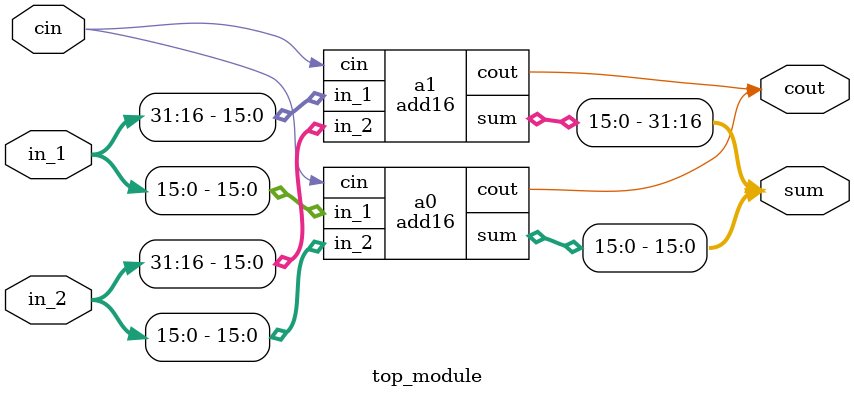
<source format=v>

module add1 ( in_1, in_2, cin, sum, cout );

	input in_1, in_2, cin;
	output sum, cout;

	assign sum = in_1 ^ in_2 ^ cin;
	assign cout = in_1 & in_2 | in_2 & cin | in_1 & cin;

endmodule

module add16 ( in_1, in_2, cin, sum, cout);

	input [15:0] in_1, in_2;
	input cin;
	output [15:0] sum;
	output cout;

	wire w0, w1, w2, w3, w4, w5, w6, w7, w8, w9, w10, w11, w12, w13, w14;

	add1 a0( in_1[0], in_2[0], cin, sum[0], w0 );
	add1 a1( in_1[1], in_2[1], w0, sum[1], w1 );
	add1 a2( in_1[2], in_2[2], w1, sum[2], w2 );
	add1 a3( in_1[3], in_2[3], w2, sum[3], w3 );
	add1 a4( in_1[4], in_2[4], w3, sum[4], w4 );
	add1 a5( in_1[5], in_2[5], w4, sum[5], w5 );
	add1 a6( in_1[6], in_2[6], w5, sum[6], w6 );
	add1 a7( in_1[7], in_2[7], w6, sum[7], w7 );
	add1 a8( in_1[8], in_2[8], w7, sum[8], w8 );
	add1 a9( in_1[9], in_2[9], w8, sum[9], w9 );
	add1 a10( in_1[10], in_2[10], w9, sum[10], w10 );
	add1 a11( in_1[11], in_2[11], w10, sum[11], w11 );
	add1 a12( in_1[12], in_2[12], w11, sum[12], w12 );
	add1 a13( in_1[13], in_2[13], w12, sum[13], w13 );
	add1 a14( in_1[14], in_2[14], w13, sum[14], w14 );
	add1 a15( in_1[15], in_2[15], w14, sum[15], cout );

endmodule

module top_module( in_1, in_2, cin, sum, cout);

	input [31:0] in_1, in_2;
	output [31:0] sum;

	input cin;
	output cout;

	add16 a0( .in_1(in_1[15:0]), .in_2(in_2[15:0]), .cin(cin), .sum(sum[15:0]), .cout(cout));
	add16 a1( .in_1(in_1[31:16]), .in_2(in_2[31:16]), .cin(cin), .sum(sum[31:16]), .cout(cout));

endmodule

</source>
